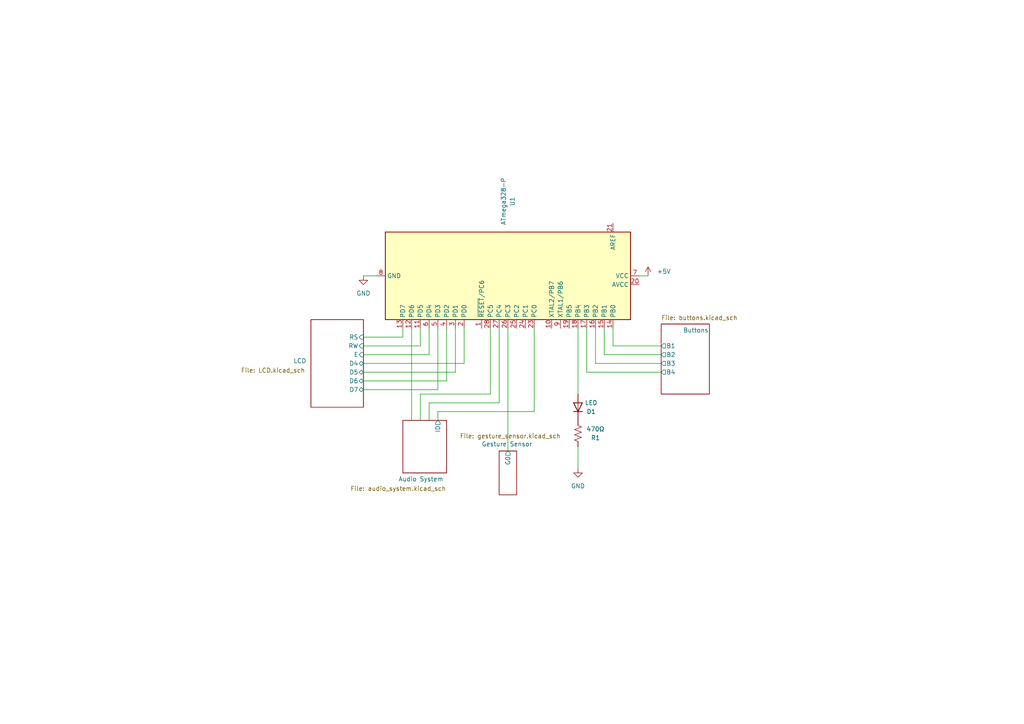
<source format=kicad_sch>
(kicad_sch (version 20230121) (generator eeschema)
  (paper "A4")
  (title_block (title "Proposal Schematic") (date "2023-11-15"))
  (lib_symbols
    (symbol "Device:D" (pin_numbers hide) (pin_names (offset 1.016) hide)
      (property "Reference" "D" (at 0 2.54 0))
      (property "Value" "D" (at 0 -2.54 0))
      (symbol "D_0_1"
        (polyline (pts (xy -1.27 1.27) (xy -1.27 -1.27)) (stroke (width 0.254)))
        (polyline (pts (xy 1.27 0) (xy -1.27 0)))
        (polyline (pts (xy 1.27 1.27) (xy 1.27 -1.27) (xy -1.27 0) (xy 1.27 1.27)) (stroke (width 0.254)))
      )
      (symbol "D_1_1"
        (pin passive line (at -3.81 0 0) (length 2.54) (name "K") (number "1"))
        (pin passive line (at 3.81 0 180) (length 2.54) (name "A") (number "2"))
      )
    )
    (symbol "Device:R_US" (pin_numbers hide) (pin_names (offset 0))
      (property "Reference" "R" (at 2.54 0 90))
      (property "Value" "R_US" (at -2.54 0 90))
      (symbol "R_US_0_1"
        (polyline (pts (xy 0 -2.286) (xy 0 -2.54)))
        (polyline (pts (xy 0 2.286) (xy 0 2.54)))
        (polyline (pts (xy 0 -0.762) (xy 1.016 -1.143) (xy 0 -1.524) (xy -1.016 -1.905) (xy 0 -2.286)))
        (polyline (pts (xy 0 0.762) (xy 1.016 0.381) (xy 0 0) (xy -1.016 -0.381) (xy 0 -0.762)))
        (polyline (pts (xy 0 2.286) (xy 1.016 1.905) (xy 0 1.524) (xy -1.016 1.143) (xy 0 0.762)))
      )
      (symbol "R_US_1_1"
        (pin passive line (at 0 3.81 270) (length 1.27) (name "~") (number "1"))
        (pin passive line (at 0 -3.81 90) (length 1.27) (name "~") (number "2"))
      )
    )
    (symbol "MCU_Microchip_ATmega:ATmega328-P"
      (property "Reference" "U" (at -12.7 36.83 0))
      (property "Value" "ATmega328-P" (at 2.54 -36.83 0))
      (symbol "ATmega328-P_0_1"
        (rectangle (start -12.7 -35.56) (end 12.7 35.56) (stroke (width 0.254)) (fill (type background)))
      )
      (symbol "ATmega328-P_1_1"
        (pin bidirectional line (at 15.24 -7.62 180) (length 2.54) (name "~{RESET}/PC6") (number "1"))
        (pin bidirectional line (at 15.24 12.7 180) (length 2.54) (name "XTAL2/PB7") (number "10"))
        (pin bidirectional line (at 15.24 -25.4 180) (length 2.54) (name "PD5") (number "11"))
        (pin bidirectional line (at 15.24 -27.94 180) (length 2.54) (name "PD6") (number "12"))
        (pin bidirectional line (at 15.24 -30.48 180) (length 2.54) (name "PD7") (number "13"))
        (pin bidirectional line (at 15.24 30.48 180) (length 2.54) (name "PB0") (number "14"))
        (pin bidirectional line (at 15.24 27.94 180) (length 2.54) (name "PB1") (number "15"))
        (pin bidirectional line (at 15.24 25.4 180) (length 2.54) (name "PB2") (number "16"))
        (pin bidirectional line (at 15.24 22.86 180) (length 2.54) (name "PB3") (number "17"))
        (pin bidirectional line (at 15.24 20.32 180) (length 2.54) (name "PB4") (number "18"))
        (pin bidirectional line (at 15.24 17.78 180) (length 2.54) (name "PB5") (number "19"))
        (pin bidirectional line (at 15.24 -12.7 180) (length 2.54) (name "PD0") (number "2"))
        (pin power_in line (at 2.54 38.1 270) (length 2.54) (name "AVCC") (number "20"))
        (pin passive line (at -15.24 30.48 0) (length 2.54) (name "AREF") (number "21"))
        (pin passive line (at 0 -38.1 90) (length 2.54) hide (name "GND") (number "22"))
        (pin bidirectional line (at 15.24 7.62 180) (length 2.54) (name "PC0") (number "23"))
        (pin bidirectional line (at 15.24 5.08 180) (length 2.54) (name "PC1") (number "24"))
        (pin bidirectional line (at 15.24 2.54 180) (length 2.54) (name "PC2") (number "25"))
        (pin bidirectional line (at 15.24 0 180) (length 2.54) (name "PC3") (number "26"))
        (pin bidirectional line (at 15.24 -2.54 180) (length 2.54) (name "PC4") (number "27"))
        (pin bidirectional line (at 15.24 -5.08 180) (length 2.54) (name "PC5") (number "28"))
        (pin bidirectional line (at 15.24 -15.24 180) (length 2.54) (name "PD1") (number "3"))
        (pin bidirectional line (at 15.24 -17.78 180) (length 2.54) (name "PD2") (number "4"))
        (pin bidirectional line (at 15.24 -20.32 180) (length 2.54) (name "PD3") (number "5"))
        (pin bidirectional line (at 15.24 -22.86 180) (length 2.54) (name "PD4") (number "6"))
        (pin power_in line (at 0 38.1 270) (length 2.54) (name "VCC") (number "7"))
        (pin power_in line (at 0 -38.1 90) (length 2.54) (name "GND") (number "8"))
        (pin bidirectional line (at 15.24 15.24 180) (length 2.54) (name "XTAL1/PB6") (number "9"))
      )
    )
    (symbol "power:+5V" (power) (pin_names (offset 0))
      (property "Value" "+5V" (at 0 3.556 0))
      (symbol "+5V_0_1"
        (polyline (pts (xy -0.762 1.27) (xy 0 2.54)))
        (polyline (pts (xy 0 0) (xy 0 2.54)))
        (polyline (pts (xy 0 2.54) (xy 0.762 1.27)))
      )
      (symbol "+5V_1_1"
        (pin power_in line (at 0 0 90) (length 0) hide (name "+5V") (number "1"))
      )
    )
    (symbol "power:GND" (power) (pin_names (offset 0))
      (property "Value" "GND" (at 0 -3.81 0))
      (symbol "GND_0_1"
        (polyline (pts (xy 0 0) (xy 0 -1.27) (xy 1.27 -1.27) (xy 0 -2.54) (xy -1.27 -1.27) (xy 0 -1.27)))
      )
      (symbol "GND_1_1"
        (pin power_in line (at 0 0 270) (length 0) hide (name "GND") (number "1"))
      )
    )
  )
  (wire (pts (xy 144.78 116.84) (xy 124.46 116.84)))
  (wire (pts (xy 127 113.03) (xy 105.41 113.03)))
  (wire (pts (xy 175.26 95.25) (xy 175.26 102.87)))
  (wire (pts (xy 167.64 129.54) (xy 167.64 135.89)))
  (wire (pts (xy 191.77 105.41) (xy 172.72 105.41)))
  (wire (pts (xy 132.08 107.95) (xy 105.41 107.95)))
  (wire (pts (xy 124.46 95.25) (xy 124.46 102.87)))
  (wire (pts (xy 129.54 95.25) (xy 129.54 110.49)))
  (wire (pts (xy 116.84 97.79) (xy 105.41 97.79)))
  (wire (pts (xy 142.24 114.3) (xy 121.92 114.3)))
  (wire (pts (xy 121.92 95.25) (xy 121.92 100.33)))
  (wire (pts (xy 127 95.25) (xy 127 113.03)))
  (wire (pts (xy 167.64 95.25) (xy 167.64 114.3)))
  (wire (pts (xy 129.54 110.49) (xy 105.41 110.49)))
  (wire (pts (xy 142.24 95.25) (xy 142.24 114.3)))
  (wire (pts (xy 154.94 95.25) (xy 154.94 119.38)))
  (wire (pts (xy 121.92 100.33) (xy 105.41 100.33)))
  (wire (pts (xy 170.18 95.25) (xy 170.18 107.95)))
  (wire (pts (xy 172.72 95.25) (xy 172.72 105.41)))
  (wire (pts (xy 147.32 95.25) (xy 147.32 130.81)))
  (wire (pts (xy 119.38 95.25) (xy 119.38 121.92)))
  (wire (pts (xy 191.77 100.33) (xy 177.8 100.33)))
  (wire (pts (xy 124.46 102.87) (xy 105.41 102.87)))
  (wire (pts (xy 187.96 80.01) (xy 185.42 80.01)))
  (wire (pts (xy 154.94 119.38) (xy 127 119.38)))
  (wire (pts (xy 191.77 107.95) (xy 170.18 107.95)))
  (wire (pts (xy 109.22 80.01) (xy 105.41 80.01)))
  (wire (pts (xy 124.46 116.84) (xy 124.46 121.92)))
  (wire (pts (xy 134.62 105.41) (xy 105.41 105.41)))
  (wire (pts (xy 134.62 95.25) (xy 134.62 105.41)))
  (wire (pts (xy 132.08 95.25) (xy 132.08 107.95)))
  (wire (pts (xy 177.8 95.25) (xy 177.8 100.33)))
  (wire (pts (xy 116.84 95.25) (xy 116.84 97.79)))
  (wire (pts (xy 191.77 102.87) (xy 175.26 102.87)))
  (wire (pts (xy 144.78 95.25) (xy 144.78 116.84)))
  (wire (pts (xy 127 119.38) (xy 127 121.92)))
  (wire (pts (xy 121.92 114.3) (xy 121.92 121.92)))
  (symbol (lib_id "MCU_Microchip_ATmega:ATmega328-P") (at 147.32 80.01 270) (unit 1)
    (property "Reference" "U1" (at 148.59 58.42 0))
    (property "Value" "ATmega328-P" (at 146.05 58.42 0))
    (property "Footprint" "Package_DIP:DIP-28_W7.62mm" (effects hide))
    (property "Datasheet" "http://ww1.microchip.com/downloads/en/DeviceDoc/ATmega328_P%20AVR%20MCU%20with%20picoPower%20Technology%20Data%20Sheet%2040001984A.pdf" (effects hide))
  )
  (symbol (lib_id "power:+5V") (at 187.96 80.01 0) (unit 1)
    (property "Reference" "#PWR01" (effects hide))
    (property "Value" "+5V" (at 190.5 78.74 0) (effects (justify left)))
  )
  (symbol (lib_id "power:GND") (at 105.41 80.01 0) (unit 1)
    (property "Reference" "#PWR02" (effects hide))
    (property "Value" "GND" (at 105.41 85.09 0))
  )
  (symbol (lib_id "Device:D") (at 167.64 118.11 90) (unit 1)
    (property "Reference" "D1" (at 171.45 119.38 90))
    (property "Value" "LED" (at 171.45 116.84 90))
  )
  (symbol (lib_id "power:GND") (at 167.64 135.89 0) (unit 1)
    (property "Reference" "#PWR03" (effects hide))
    (property "Value" "GND" (at 167.64 140.97 0))
  )
  (symbol (lib_id "Device:R_US") (at 167.64 125.73 180) (unit 1)
    (property "Reference" "R1" (at 172.72 127 0))
    (property "Value" "470Ω" (at 172.72 124.46 0))
  )
  (sheet (at 116.84 121.92) (size 12.7 15.24) (stroke (width 0.1524))
    (property "Sheetname" "Audio System" (at 115.57 139.7 0) (effects (justify left bottom)))
    (property "Sheetfile" "audio_system.kicad_sch" (at 101.6 140.97 0) (effects (justify left top)))
    (pin "ID" output (at 127 121.92 90))
  )
  (sheet (at 90.17 92.71) (size 15.24 25.4) (stroke (width 0.1524))
    (property "Sheetname" "LCD" (at 85.09 105.41 0) (effects (justify left bottom)))
    (property "Sheetfile" "LCD.kicad_sch" (at 69.85 106.68 0) (effects (justify left top)))
    (pin "D4" bidirectional (at 105.41 105.41 0))
    (pin "RS" input (at 105.41 97.79 0))
    (pin "E" input (at 105.41 102.87 0))
    (pin "RW" input (at 105.41 100.33 0))
    (pin "D6" bidirectional (at 105.41 110.49 0))
    (pin "D5" bidirectional (at 105.41 107.95 0))
    (pin "D7" bidirectional (at 105.41 113.03 0))
  )
  (sheet (at 191.77 93.98) (size 13.97 20.32) (stroke (width 0.1524))
    (property "Sheetname" "Buttons" (at 198.12 96.52 0) (effects (justify left bottom)))
    (property "Sheetfile" "buttons.kicad_sch" (at 191.77 91.44 0) (effects (justify left top)))
    (pin "B4" output (at 191.77 107.95 180))
    (pin "B3" output (at 191.77 105.41 180))
    (pin "B1" output (at 191.77 100.33 180))
    (pin "B2" output (at 191.77 102.87 180))
  )
  (sheet (at 144.78 130.81) (size 5.08 12.7) (stroke (width 0.1524))
    (property "Sheetname" "Gesture Sensor" (at 139.7 129.54 0) (effects (justify left bottom)))
    (property "Sheetfile" "gesture_sensor.kicad_sch" (at 133.35 125.73 0) (effects (justify left top)))
    (pin "G0" output (at 147.32 130.81 90))
  )
)
</source>
